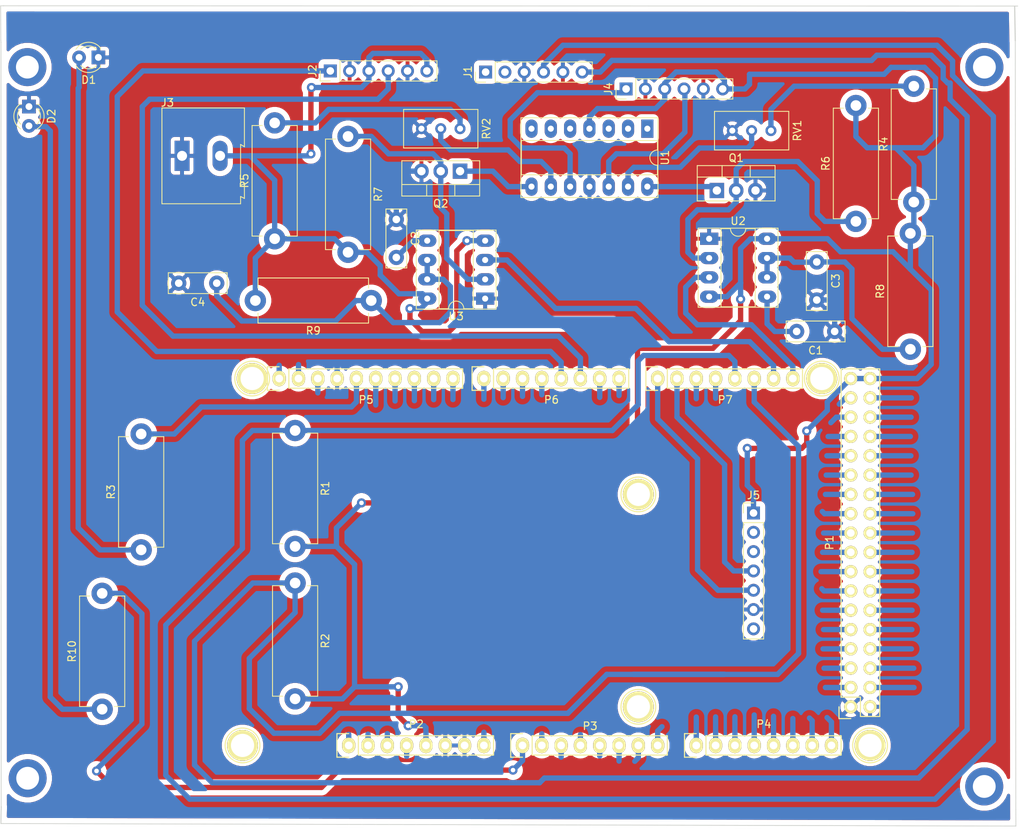
<source format=kicad_pcb>
(kicad_pcb (version 20171130) (host pcbnew "(5.1.6)-1")
  (title_block (date "mar. 31 mars 2015"))
  (layers (0 F.Cu signal) (31 B.Cu signal) (34 B.Paste user) (35 F.Paste user) (36 B.SilkS user) (37 F.SilkS user) (38 B.Mask user) (39 F.Mask user) (44 Edge.Cuts user))
  (net 0 "")
  (net 1 GND)
  (net 2 "Net-(C1-Pad2)")
  (net 3 "Net-(C2-Pad2)")
  (net 4 "Net-(C3-Pad1)")
  (net 5 "Net-(C4-Pad1)")
  (net 6 "Net-(D1-Pad2)")
  (net 7 VCC)
  (net 8 IR_LADIES)
  (net 9 IR_GENTS)
  (net 10 MCU_RX)
  (net 11 MCU_TX)
  (net 12 INT0_GENTS)
  (net 13 GENTS_VOUT)
  (net 14 "Net-(Q1-Pad1)")
  (net 15 "Net-(Q2-Pad1)")
  (net 16 LADIES_VOUT)
  (net 17 "Net-(R4-Pad2)")
  (net 18 "Net-(R5-Pad2)")
  (net 19 CV_GENTS)
  (net 20 CV_LADIES)
  (net 21 INT1_LADIES)
  (net 22 INT3_REED_GENTS)
  (net 23 INT2_REED_LADIES)
  (net 24 INT4_FLOW_LADIES)
  (net 25 INT5_FLOW_GENTS)
  (net 26 LED_PB7)
  (net 27 "Net-(D2-Pad2)")
  (net 28 LED_PF0)
  (module Resistor_THT:R_Axial_DIN0614_L14.3mm_D5.7mm_P15.24mm_Horizontal (layer F.Cu) (at 121.776 118.194 270)
    (fp_text reference R2 (at 7.62 -3.97 90) (layer F.SilkS))
    (fp_text value R)
    (pad 2 thru_hole oval (at 15.24 0 270) (size 2.8 2.8) (drill 1.4) (layers *.Cu *.Mask) (net 7 VCC))
    (pad 1 thru_hole circle (at 0 0 270) (size 2.8 2.8) (drill 1.4) (layers *.Cu *.Mask) (net 23 INT2_REED_LADIES))
  )
  (module Connector_PinHeader_2.54mm:PinHeader_1x06_P2.54mm_Vertical (layer F.Cu) (at 165.316 53.204 90)
    (fp_text reference J4 (at 0 -2.33 90) (layer F.SilkS))
    (fp_text value Conn_01x06_Female)
    (pad 1 thru_hole rect (at 0 0 90) (size 1.7 1.7) (drill 1) (layers *.Cu *.Mask) (net 8 IR_LADIES))
    (pad 2 thru_hole oval (at 0 2.54 90) (size 1.7 1.7) (drill 1) (layers *.Cu *.Mask) (net 1 GND))
    (pad 3 thru_hole oval (at 0 5.08 90) (size 1.7 1.7) (drill 1) (layers *.Cu *.Mask) (net 7 VCC))
    (pad 4 thru_hole oval (at 0 7.62 90) (size 1.7 1.7) (drill 1) (layers *.Cu *.Mask) (net 9 IR_GENTS))
    (pad 5 thru_hole oval (at 0 10.16 90) (size 1.7 1.7) (drill 1) (layers *.Cu *.Mask) (net 1 GND))
    (pad 6 thru_hole oval (at 0 12.7 90) (size 1.7 1.7) (drill 1) (layers *.Cu *.Mask) (net 7 VCC))
  )
  (module Socket_Arduino_Mega:Socket_Strip_Arduino_2x18 (layer F.Cu) (at 194.868 134.476 90)
    (fp_text reference P1 (at 21.59 -2.794 90) (layer F.SilkS))
    (fp_text value Digital)
    (pad 1 thru_hole circle (at 0 0 90) (size 1.7272 1.7272) (drill 1.016) (layers *.Cu *.Mask F.SilkS) (net 1 GND))
    (pad 2 thru_hole oval (at 0 2.54 90) (size 1.7272 1.7272) (drill 1.016) (layers *.Cu *.Mask F.SilkS) (net 1 GND))
    (pad 3 thru_hole oval (at 2.54 0 90) (size 1.7272 1.7272) (drill 1.016) (layers *.Cu *.Mask F.SilkS))
    (pad 4 thru_hole oval (at 2.54 2.54 90) (size 1.7272 1.7272) (drill 1.016) (layers *.Cu *.Mask F.SilkS))
    (pad 5 thru_hole oval (at 5.08 0 90) (size 1.7272 1.7272) (drill 1.016) (layers *.Cu *.Mask F.SilkS))
    (pad 6 thru_hole oval (at 5.08 2.54 90) (size 1.7272 1.7272) (drill 1.016) (layers *.Cu *.Mask F.SilkS))
    (pad 7 thru_hole oval (at 7.62 0 90) (size 1.7272 1.7272) (drill 1.016) (layers *.Cu *.Mask F.SilkS))
    (pad 8 thru_hole oval (at 7.62 2.54 90) (size 1.7272 1.7272) (drill 1.016) (layers *.Cu *.Mask F.SilkS))
    (pad 9 thru_hole oval (at 10.16 0 90) (size 1.7272 1.7272) (drill 1.016) (layers *.Cu *.Mask F.SilkS))
    (pad 10 thru_hole oval (at 10.16 2.54 90) (size 1.7272 1.7272) (drill 1.016) (layers *.Cu *.Mask F.SilkS))
    (pad 11 thru_hole oval (at 12.7 0 90) (size 1.7272 1.7272) (drill 1.016) (layers *.Cu *.Mask F.SilkS))
    (pad 12 thru_hole oval (at 12.7 2.54 90) (size 1.7272 1.7272) (drill 1.016) (layers *.Cu *.Mask F.SilkS))
    (pad 13 thru_hole oval (at 15.24 0 90) (size 1.7272 1.7272) (drill 1.016) (layers *.Cu *.Mask F.SilkS))
    (pad 14 thru_hole oval (at 15.24 2.54 90) (size 1.7272 1.7272) (drill 1.016) (layers *.Cu *.Mask F.SilkS))
    (pad 15 thru_hole oval (at 17.78 0 90) (size 1.7272 1.7272) (drill 1.016) (layers *.Cu *.Mask F.SilkS))
    (pad 16 thru_hole oval (at 17.78 2.54 90) (size 1.7272 1.7272) (drill 1.016) (layers *.Cu *.Mask F.SilkS))
    (pad 17 thru_hole oval (at 20.32 0 90) (size 1.7272 1.7272) (drill 1.016) (layers *.Cu *.Mask F.SilkS))
    (pad 18 thru_hole oval (at 20.32 2.54 90) (size 1.7272 1.7272) (drill 1.016) (layers *.Cu *.Mask F.SilkS))
    (pad 19 thru_hole oval (at 22.86 0 90) (size 1.7272 1.7272) (drill 1.016) (layers *.Cu *.Mask F.SilkS))
    (pad 20 thru_hole oval (at 22.86 2.54 90) (size 1.7272 1.7272) (drill 1.016) (layers *.Cu *.Mask F.SilkS))
    (pad 21 thru_hole oval (at 25.4 0 90) (size 1.7272 1.7272) (drill 1.016) (layers *.Cu *.Mask F.SilkS))
    (pad 22 thru_hole oval (at 25.4 2.54 90) (size 1.7272 1.7272) (drill 1.016) (layers *.Cu *.Mask F.SilkS))
    (pad 23 thru_hole oval (at 27.94 0 90) (size 1.7272 1.7272) (drill 1.016) (layers *.Cu *.Mask F.SilkS))
    (pad 24 thru_hole oval (at 27.94 2.54 90) (size 1.7272 1.7272) (drill 1.016) (layers *.Cu *.Mask F.SilkS))
    (pad 25 thru_hole oval (at 30.48 0 90) (size 1.7272 1.7272) (drill 1.016) (layers *.Cu *.Mask F.SilkS))
    (pad 26 thru_hole oval (at 30.48 2.54 90) (size 1.7272 1.7272) (drill 1.016) (layers *.Cu *.Mask F.SilkS))
    (pad 27 thru_hole oval (at 33.02 0 90) (size 1.7272 1.7272) (drill 1.016) (layers *.Cu *.Mask F.SilkS))
    (pad 28 thru_hole oval (at 33.02 2.54 90) (size 1.7272 1.7272) (drill 1.016) (layers *.Cu *.Mask F.SilkS))
    (pad 29 thru_hole oval (at 35.56 0 90) (size 1.7272 1.7272) (drill 1.016) (layers *.Cu *.Mask F.SilkS))
    (pad 30 thru_hole oval (at 35.56 2.54 90) (size 1.7272 1.7272) (drill 1.016) (layers *.Cu *.Mask F.SilkS))
    (pad 31 thru_hole oval (at 38.1 0 90) (size 1.7272 1.7272) (drill 1.016) (layers *.Cu *.Mask F.SilkS))
    (pad 32 thru_hole oval (at 38.1 2.54 90) (size 1.7272 1.7272) (drill 1.016) (layers *.Cu *.Mask F.SilkS))
    (pad 33 thru_hole oval (at 40.64 0 90) (size 1.7272 1.7272) (drill 1.016) (layers *.Cu *.Mask F.SilkS))
    (pad 34 thru_hole oval (at 40.64 2.54 90) (size 1.7272 1.7272) (drill 1.016) (layers *.Cu *.Mask F.SilkS))
    (pad 35 thru_hole oval (at 43.18 0 90) (size 1.7272 1.7272) (drill 1.016) (layers *.Cu *.Mask F.SilkS) (net 7 VCC))
    (pad 36 thru_hole oval (at 43.18 2.54 90) (size 1.7272 1.7272) (drill 1.016) (layers *.Cu *.Mask F.SilkS) (net 7 VCC))
  )
  (module Socket_Arduino_Mega:Socket_Strip_Arduino_1x08 (layer F.Cu) (at 128.828 139.556)
    (fp_text reference P2 (at 8.89 -2.794) (layer F.SilkS))
    (fp_text value Power)
    (pad 1 thru_hole oval (at 0 0) (size 1.7272 2.032) (drill 1.016) (layers *.Cu *.Mask F.SilkS))
    (pad 2 thru_hole oval (at 2.54 0) (size 1.7272 2.032) (drill 1.016) (layers *.Cu *.Mask F.SilkS))
    (pad 3 thru_hole oval (at 5.08 0) (size 1.7272 2.032) (drill 1.016) (layers *.Cu *.Mask F.SilkS))
    (pad 4 thru_hole oval (at 7.62 0) (size 1.7272 2.032) (drill 1.016) (layers *.Cu *.Mask F.SilkS))
    (pad 5 thru_hole oval (at 10.16 0) (size 1.7272 2.032) (drill 1.016) (layers *.Cu *.Mask F.SilkS) (net 7 VCC))
    (pad 6 thru_hole oval (at 12.7 0) (size 1.7272 2.032) (drill 1.016) (layers *.Cu *.Mask F.SilkS) (net 1 GND))
    (pad 7 thru_hole oval (at 15.24 0) (size 1.7272 2.032) (drill 1.016) (layers *.Cu *.Mask F.SilkS) (net 1 GND))
    (pad 8 thru_hole oval (at 17.78 0) (size 1.7272 2.032) (drill 1.016) (layers *.Cu *.Mask F.SilkS))
  )
  (module Socket_Arduino_Mega:Socket_Strip_Arduino_1x08 (layer F.Cu) (at 151.688 139.556)
    (fp_text reference P3 (at 8.89 -2.54) (layer F.SilkS))
    (fp_text value Analog)
    (pad 1 thru_hole oval (at 0 0) (size 1.7272 2.032) (drill 1.016) (layers *.Cu *.Mask F.SilkS) (net 28 LED_PF0))
    (pad 2 thru_hole oval (at 2.54 0) (size 1.7272 2.032) (drill 1.016) (layers *.Cu *.Mask F.SilkS))
    (pad 3 thru_hole oval (at 5.08 0) (size 1.7272 2.032) (drill 1.016) (layers *.Cu *.Mask F.SilkS))
    (pad 4 thru_hole oval (at 7.62 0) (size 1.7272 2.032) (drill 1.016) (layers *.Cu *.Mask F.SilkS))
    (pad 5 thru_hole oval (at 10.16 0) (size 1.7272 2.032) (drill 1.016) (layers *.Cu *.Mask F.SilkS))
    (pad 6 thru_hole oval (at 12.7 0) (size 1.7272 2.032) (drill 1.016) (layers *.Cu *.Mask F.SilkS))
    (pad 7 thru_hole oval (at 15.24 0) (size 1.7272 2.032) (drill 1.016) (layers *.Cu *.Mask F.SilkS))
    (pad 8 thru_hole oval (at 17.78 0) (size 1.7272 2.032) (drill 1.016) (layers *.Cu *.Mask F.SilkS))
  )
  (module Socket_Arduino_Mega:Socket_Strip_Arduino_1x08 (layer F.Cu) (at 174.548 139.556)
    (fp_text reference P4 (at 8.89 -2.794) (layer F.SilkS))
    (fp_text value Analog)
    (pad 1 thru_hole oval (at 0 0) (size 1.7272 2.032) (drill 1.016) (layers *.Cu *.Mask F.SilkS))
    (pad 2 thru_hole oval (at 2.54 0) (size 1.7272 2.032) (drill 1.016) (layers *.Cu *.Mask F.SilkS))
    (pad 3 thru_hole oval (at 5.08 0) (size 1.7272 2.032) (drill 1.016) (layers *.Cu *.Mask F.SilkS))
    (pad 4 thru_hole oval (at 7.62 0) (size 1.7272 2.032) (drill 1.016) (layers *.Cu *.Mask F.SilkS))
    (pad 5 thru_hole oval (at 10.16 0) (size 1.7272 2.032) (drill 1.016) (layers *.Cu *.Mask F.SilkS))
    (pad 6 thru_hole oval (at 12.7 0) (size 1.7272 2.032) (drill 1.016) (layers *.Cu *.Mask F.SilkS))
    (pad 7 thru_hole oval (at 15.24 0) (size 1.7272 2.032) (drill 1.016) (layers *.Cu *.Mask F.SilkS))
    (pad 8 thru_hole oval (at 17.78 0) (size 1.7272 2.032) (drill 1.016) (layers *.Cu *.Mask F.SilkS))
  )
  (module Socket_Arduino_Mega:Socket_Strip_Arduino_1x10 (layer F.Cu) (at 119.684 91.296)
    (fp_text reference P5 (at 11.43 2.794) (layer F.SilkS))
    (fp_text value PWM)
    (pad 1 thru_hole oval (at 0 0) (size 1.7272 2.032) (drill 1.016) (layers *.Cu *.Mask F.SilkS))
    (pad 2 thru_hole oval (at 2.54 0) (size 1.7272 2.032) (drill 1.016) (layers *.Cu *.Mask F.SilkS))
    (pad 3 thru_hole oval (at 5.08 0) (size 1.7272 2.032) (drill 1.016) (layers *.Cu *.Mask F.SilkS))
    (pad 4 thru_hole oval (at 7.62 0) (size 1.7272 2.032) (drill 1.016) (layers *.Cu *.Mask F.SilkS) (net 1 GND))
    (pad 5 thru_hole oval (at 10.16 0) (size 1.7272 2.032) (drill 1.016) (layers *.Cu *.Mask F.SilkS) (net 26 LED_PB7))
    (pad 6 thru_hole oval (at 12.7 0) (size 1.7272 2.032) (drill 1.016) (layers *.Cu *.Mask F.SilkS))
    (pad 7 thru_hole oval (at 15.24 0) (size 1.7272 2.032) (drill 1.016) (layers *.Cu *.Mask F.SilkS))
    (pad 8 thru_hole oval (at 17.78 0) (size 1.7272 2.032) (drill 1.016) (layers *.Cu *.Mask F.SilkS))
    (pad 9 thru_hole oval (at 20.32 0) (size 1.7272 2.032) (drill 1.016) (layers *.Cu *.Mask F.SilkS))
    (pad 10 thru_hole oval (at 22.86 0) (size 1.7272 2.032) (drill 1.016) (layers *.Cu *.Mask F.SilkS))
  )
  (module Socket_Arduino_Mega:Socket_Strip_Arduino_1x08 (layer F.Cu) (at 146.608 91.296)
    (fp_text reference P6 (at 8.89 2.794) (layer F.SilkS))
    (fp_text value PWM)
    (pad 1 thru_hole oval (at 0 0) (size 1.7272 2.032) (drill 1.016) (layers *.Cu *.Mask F.SilkS))
    (pad 2 thru_hole oval (at 2.54 0) (size 1.7272 2.032) (drill 1.016) (layers *.Cu *.Mask F.SilkS))
    (pad 3 thru_hole oval (at 5.08 0) (size 1.7272 2.032) (drill 1.016) (layers *.Cu *.Mask F.SilkS))
    (pad 4 thru_hole oval (at 7.62 0) (size 1.7272 2.032) (drill 1.016) (layers *.Cu *.Mask F.SilkS))
    (pad 5 thru_hole oval (at 10.16 0) (size 1.7272 2.032) (drill 1.016) (layers *.Cu *.Mask F.SilkS) (net 25 INT5_FLOW_GENTS))
    (pad 6 thru_hole oval (at 12.7 0) (size 1.7272 2.032) (drill 1.016) (layers *.Cu *.Mask F.SilkS) (net 24 INT4_FLOW_LADIES))
    (pad 7 thru_hole oval (at 15.24 0) (size 1.7272 2.032) (drill 1.016) (layers *.Cu *.Mask F.SilkS))
    (pad 8 thru_hole oval (at 17.78 0) (size 1.7272 2.032) (drill 1.016) (layers *.Cu *.Mask F.SilkS))
  )
  (module Socket_Arduino_Mega:Socket_Strip_Arduino_1x08 (layer F.Cu) (at 169.468 91.296)
    (fp_text reference P7 (at 8.89 2.794) (layer F.SilkS))
    (fp_text value Communication)
    (pad 1 thru_hole oval (at 0 0) (size 1.7272 2.032) (drill 1.016) (layers *.Cu *.Mask F.SilkS) (net 11 MCU_TX))
    (pad 2 thru_hole oval (at 2.54 0) (size 1.7272 2.032) (drill 1.016) (layers *.Cu *.Mask F.SilkS) (net 10 MCU_RX))
    (pad 3 thru_hole oval (at 5.08 0) (size 1.7272 2.032) (drill 1.016) (layers *.Cu *.Mask F.SilkS))
    (pad 4 thru_hole oval (at 7.62 0) (size 1.7272 2.032) (drill 1.016) (layers *.Cu *.Mask F.SilkS))
    (pad 5 thru_hole oval (at 10.16 0) (size 1.7272 2.032) (drill 1.016) (layers *.Cu *.Mask F.SilkS) (net 22 INT3_REED_GENTS))
    (pad 6 thru_hole oval (at 12.7 0) (size 1.7272 2.032) (drill 1.016) (layers *.Cu *.Mask F.SilkS) (net 23 INT2_REED_LADIES))
    (pad 7 thru_hole oval (at 15.24 0) (size 1.7272 2.032) (drill 1.016) (layers *.Cu *.Mask F.SilkS) (net 21 INT1_LADIES))
    (pad 8 thru_hole oval (at 17.78 0) (size 1.7272 2.032) (drill 1.016) (layers *.Cu *.Mask F.SilkS) (net 12 INT0_GENTS))
  )
  (module Socket_Arduino_Mega:Arduino_1pin (layer F.Cu) (at 114.858 139.556)
    (fp_text reference P8 hide)
    (fp_text value CONN_01X01 hide)
    (pad 1 thru_hole circle (at 0 0) (size 4.064 4.064) (drill 3.048) (layers *.Cu *.Mask F.SilkS))
  )
  (module Socket_Arduino_Mega:Arduino_1pin (layer F.Cu) (at 166.928 134.476)
    (fp_text reference P9 hide)
    (fp_text value CONN_01X01 hide)
    (pad 1 thru_hole circle (at 0 0) (size 4.064 4.064) (drill 3.048) (layers *.Cu *.Mask F.SilkS))
  )
  (module Socket_Arduino_Mega:Arduino_1pin (layer F.Cu) (at 197.408 139.556)
    (fp_text reference P10 hide)
    (fp_text value CONN_01X01 hide)
    (pad 1 thru_hole circle (at 0 0) (size 4.064 4.064) (drill 3.048) (layers *.Cu *.Mask F.SilkS))
  )
  (module Socket_Arduino_Mega:Arduino_1pin (layer F.Cu) (at 116.128 91.296)
    (fp_text reference P11 hide)
    (fp_text value CONN_01X01 hide)
    (pad 1 thru_hole circle (at 0 0) (size 4.064 4.064) (drill 3.048) (layers *.Cu *.Mask F.SilkS))
  )
  (module Socket_Arduino_Mega:Arduino_1pin (layer F.Cu) (at 166.928 106.536)
    (fp_text reference P12 hide)
    (fp_text value CONN_01X01 hide)
    (pad 1 thru_hole circle (at 0 0) (size 4.064 4.064) (drill 3.048) (layers *.Cu *.Mask F.SilkS))
  )
  (module Socket_Arduino_Mega:Arduino_1pin (layer F.Cu) (at 191.058 91.296)
    (fp_text reference P13 hide)
    (fp_text value CONN_01X01 hide)
    (pad 1 thru_hole circle (at 0 0) (size 4.064 4.064) (drill 3.048) (layers *.Cu *.Mask F.SilkS))
  )
  (module Capacitor_THT:C_Disc_D7.5mm_W2.5mm_P5.00mm (layer F.Cu) (at 192.748 85.102 180)
    (fp_text reference C1 (at 2.5 -2.5) (layer F.SilkS))
    (fp_text value C)
    (pad 1 thru_hole circle (at 0 0 180) (size 2 2) (drill 1) (layers *.Cu *.Mask) (net 1 GND))
    (pad 2 thru_hole circle (at 5 0 180) (size 2 2) (drill 1) (layers *.Cu *.Mask) (net 2 "Net-(C1-Pad2)"))
  )
  (module Capacitor_THT:C_Disc_D7.5mm_W2.5mm_P5.00mm (layer F.Cu) (at 135.09 70.37 270)
    (fp_text reference C2 (at 2.5 -2.5 90) (layer F.SilkS))
    (fp_text value C)
    (pad 1 thru_hole circle (at 0 0 270) (size 2 2) (drill 1) (layers *.Cu *.Mask) (net 1 GND))
    (pad 2 thru_hole circle (at 5 0 270) (size 2 2) (drill 1) (layers *.Cu *.Mask) (net 3 "Net-(C2-Pad2)"))
  )
  (module Capacitor_THT:C_Disc_D7.5mm_W2.5mm_P5.00mm (layer F.Cu) (at 190.396 75.964 270)
    (fp_text reference C3 (at 2.5 -2.5 90) (layer F.SilkS))
    (fp_text value C)
    (pad 2 thru_hole circle (at 5 0 270) (size 2 2) (drill 1) (layers *.Cu *.Mask) (net 1 GND))
    (pad 1 thru_hole circle (at 0 0 270) (size 2 2) (drill 1) (layers *.Cu *.Mask) (net 4 "Net-(C3-Pad1)"))
  )
  (module Capacitor_THT:C_Disc_D7.5mm_W2.5mm_P5.00mm (layer F.Cu) (at 111.468 78.752 180)
    (fp_text reference C4 (at 2.5 -2.5) (layer F.SilkS))
    (fp_text value C)
    (pad 2 thru_hole circle (at 5 0 180) (size 2 2) (drill 1) (layers *.Cu *.Mask) (net 1 GND))
    (pad 1 thru_hole circle (at 0 0 180) (size 2 2) (drill 1) (layers *.Cu *.Mask) (net 5 "Net-(C4-Pad1)"))
  )
  (module Connector_PinHeader_2.54mm:PinHeader_1x06_P2.54mm_Vertical (layer F.Cu) (at 146.836 50.984 90)
    (fp_text reference J1 (at 0 -2.33 90) (layer F.SilkS))
    (fp_text value Conn_01x06_Female)
    (pad 1 thru_hole rect (at 0 0 90) (size 1.7 1.7) (drill 1) (layers *.Cu *.Mask))
    (pad 2 thru_hole oval (at 0 2.54 90) (size 1.7 1.7) (drill 1) (layers *.Cu *.Mask))
    (pad 3 thru_hole oval (at 0 5.08 90) (size 1.7 1.7) (drill 1) (layers *.Cu *.Mask) (net 1 GND))
    (pad 4 thru_hole oval (at 0 7.62 90) (size 1.7 1.7) (drill 1) (layers *.Cu *.Mask) (net 22 INT3_REED_GENTS))
    (pad 5 thru_hole oval (at 0 10.16 90) (size 1.7 1.7) (drill 1) (layers *.Cu *.Mask) (net 1 GND))
    (pad 6 thru_hole oval (at 0 12.7 90) (size 1.7 1.7) (drill 1) (layers *.Cu *.Mask) (net 23 INT2_REED_LADIES))
  )
  (module Connector_PinHeader_2.54mm:PinHeader_1x06_P2.54mm_Vertical (layer F.Cu) (at 126.406 50.834 90)
    (fp_text reference J2 (at 0 -2.33 90) (layer F.SilkS))
    (fp_text value Conn_01x06_Female)
    (pad 6 thru_hole oval (at 0 12.7 90) (size 1.7 1.7) (drill 1) (layers *.Cu *.Mask) (net 7 VCC))
    (pad 5 thru_hole oval (at 0 10.16 90) (size 1.7 1.7) (drill 1) (layers *.Cu *.Mask) (net 1 GND))
    (pad 4 thru_hole oval (at 0 7.62 90) (size 1.7 1.7) (drill 1) (layers *.Cu *.Mask) (net 24 INT4_FLOW_LADIES))
    (pad 3 thru_hole oval (at 0 5.08 90) (size 1.7 1.7) (drill 1) (layers *.Cu *.Mask) (net 7 VCC))
    (pad 2 thru_hole oval (at 0 2.54 90) (size 1.7 1.7) (drill 1) (layers *.Cu *.Mask) (net 1 GND))
    (pad 1 thru_hole rect (at 0 0 90) (size 1.7 1.7) (drill 1) (layers *.Cu *.Mask) (net 25 INT5_FLOW_GENTS))
  )
  (module Connector_PinHeader_2.54mm:PinHeader_1x07_P2.54mm_Vertical (layer F.Cu) (at 182.076 108.984)
    (fp_text reference J5 (at 0 -2.33) (layer F.SilkS))
    (fp_text value Conn_01x07_Female)
    (pad 1 thru_hole rect (at 0 0) (size 1.7 1.7) (drill 1) (layers *.Cu *.Mask) (net 7 VCC))
    (pad 2 thru_hole oval (at 0 2.54) (size 1.7 1.7) (drill 1) (layers *.Cu *.Mask))
    (pad 3 thru_hole oval (at 0 5.08) (size 1.7 1.7) (drill 1) (layers *.Cu *.Mask))
    (pad 4 thru_hole oval (at 0 7.62) (size 1.7 1.7) (drill 1) (layers *.Cu *.Mask) (net 10 MCU_RX))
    (pad 5 thru_hole oval (at 0 10.16) (size 1.7 1.7) (drill 1) (layers *.Cu *.Mask) (net 11 MCU_TX))
    (pad 6 thru_hole oval (at 0 12.7) (size 1.7 1.7) (drill 1) (layers *.Cu *.Mask) (net 1 GND))
    (pad 7 thru_hole oval (at 0 15.24) (size 1.7 1.7) (drill 1) (layers *.Cu *.Mask))
  )
  (module Package_TO_SOT_THT:TO-220-3_Vertical (layer F.Cu) (at 177.254 66.56)
    (fp_text reference Q1 (at 2.54 -4.27) (layer F.SilkS))
    (fp_text value TIP122)
    (pad 3 thru_hole oval (at 5.08 0) (size 1.905 2) (drill 1.1) (layers *.Cu *.Mask) (net 1 GND))
    (pad 2 thru_hole oval (at 2.54 0) (size 1.905 2) (drill 1.1) (layers *.Cu *.Mask) (net 13 GENTS_VOUT))
    (pad 1 thru_hole rect (at 0 0) (size 1.905 2) (drill 1.1) (layers *.Cu *.Mask) (net 14 "Net-(Q1-Pad1)"))
  )
  (module Package_TO_SOT_THT:TO-220-3_Vertical (layer F.Cu) (at 143.472 64.02 180)
    (fp_text reference Q2 (at 2.54 -4.27) (layer F.SilkS))
    (fp_text value TIP122)
    (pad 1 thru_hole rect (at 0 0 180) (size 1.905 2) (drill 1.1) (layers *.Cu *.Mask) (net 15 "Net-(Q2-Pad1)"))
    (pad 2 thru_hole oval (at 2.54 0 180) (size 1.905 2) (drill 1.1) (layers *.Cu *.Mask) (net 16 LADIES_VOUT))
    (pad 3 thru_hole oval (at 5.08 0 180) (size 1.905 2) (drill 1.1) (layers *.Cu *.Mask) (net 1 GND))
  )
  (module Package_DIP:DIP-8_W7.62mm_Socket_LongPads (layer F.Cu) (at 176.238 72.91)
    (fp_text reference U2 (at 3.81 -2.33) (layer F.SilkS))
    (fp_text value LM555xM)
    (pad 1 thru_hole rect (at 0 0) (size 2.4 1.6) (drill 0.8) (layers *.Cu *.Mask) (net 1 GND))
    (pad 5 thru_hole oval (at 7.62 7.62) (size 2.4 1.6) (drill 0.8) (layers *.Cu *.Mask) (net 2 "Net-(C1-Pad2)"))
    (pad 2 thru_hole oval (at 0 2.54) (size 2.4 1.6) (drill 0.8) (layers *.Cu *.Mask) (net 13 GENTS_VOUT))
    (pad 6 thru_hole oval (at 7.62 5.08) (size 2.4 1.6) (drill 0.8) (layers *.Cu *.Mask) (net 4 "Net-(C3-Pad1)"))
    (pad 3 thru_hole oval (at 0 5.08) (size 2.4 1.6) (drill 0.8) (layers *.Cu *.Mask) (net 12 INT0_GENTS))
    (pad 7 thru_hole oval (at 7.62 2.54) (size 2.4 1.6) (drill 0.8) (layers *.Cu *.Mask) (net 4 "Net-(C3-Pad1)"))
    (pad 4 thru_hole oval (at 0 7.62) (size 2.4 1.6) (drill 0.8) (layers *.Cu *.Mask) (net 7 VCC))
    (pad 8 thru_hole oval (at 7.62 0) (size 2.4 1.6) (drill 0.8) (layers *.Cu *.Mask) (net 7 VCC))
  )
  (module Package_DIP:DIP-8_W7.62mm_Socket_LongPads (layer F.Cu) (at 146.774 80.784 180)
    (fp_text reference U3 (at 3.81 -2.33) (layer F.SilkS))
    (fp_text value LM555xM)
    (pad 8 thru_hole oval (at 7.62 0 180) (size 2.4 1.6) (drill 0.8) (layers *.Cu *.Mask) (net 7 VCC))
    (pad 4 thru_hole oval (at 0 7.62 180) (size 2.4 1.6) (drill 0.8) (layers *.Cu *.Mask) (net 7 VCC))
    (pad 7 thru_hole oval (at 7.62 2.54 180) (size 2.4 1.6) (drill 0.8) (layers *.Cu *.Mask) (net 5 "Net-(C4-Pad1)"))
    (pad 3 thru_hole oval (at 0 5.08 180) (size 2.4 1.6) (drill 0.8) (layers *.Cu *.Mask) (net 21 INT1_LADIES))
    (pad 6 thru_hole oval (at 7.62 5.08 180) (size 2.4 1.6) (drill 0.8) (layers *.Cu *.Mask) (net 5 "Net-(C4-Pad1)"))
    (pad 2 thru_hole oval (at 0 2.54 180) (size 2.4 1.6) (drill 0.8) (layers *.Cu *.Mask) (net 16 LADIES_VOUT))
    (pad 5 thru_hole oval (at 7.62 7.62 180) (size 2.4 1.6) (drill 0.8) (layers *.Cu *.Mask) (net 3 "Net-(C2-Pad2)"))
    (pad 1 thru_hole rect (at 0 0 180) (size 2.4 1.6) (drill 0.8) (layers *.Cu *.Mask) (net 1 GND))
  )
  (module Resistor_THT:R_Axial_DIN0614_L14.3mm_D5.7mm_P15.24mm_Horizontal (layer F.Cu) (at 121.776 98.134 270)
    (fp_text reference R1 (at 7.62 -3.97 90) (layer F.SilkS))
    (fp_text value R)
    (pad 1 thru_hole circle (at 0 0 270) (size 2.8 2.8) (drill 1.4) (layers *.Cu *.Mask) (net 22 INT3_REED_GENTS))
    (pad 2 thru_hole oval (at 15.24 0 270) (size 2.8 2.8) (drill 1.4) (layers *.Cu *.Mask) (net 7 VCC))
  )
  (module Resistor_THT:R_Axial_DIN0614_L14.3mm_D5.7mm_P15.24mm_Horizontal (layer F.Cu) (at 101.526 113.834 90)
    (fp_text reference R3 (at 7.62 -3.97 90) (layer F.SilkS))
    (fp_text value R)
    (pad 1 thru_hole circle (at 0 0 90) (size 2.8 2.8) (drill 1.4) (layers *.Cu *.Mask) (net 6 "Net-(D1-Pad2)"))
    (pad 2 thru_hole oval (at 15.24 0 90) (size 2.8 2.8) (drill 1.4) (layers *.Cu *.Mask) (net 26 LED_PB7))
  )
  (module Resistor_THT:R_Axial_DIN0614_L14.3mm_D5.7mm_P15.24mm_Horizontal (layer F.Cu) (at 203.162 68.084 90)
    (fp_text reference R4 (at 7.62 -3.97 90) (layer F.SilkS))
    (fp_text value R)
    (pad 2 thru_hole oval (at 15.24 0 90) (size 2.8 2.8) (drill 1.4) (layers *.Cu *.Mask) (net 17 "Net-(R4-Pad2)"))
    (pad 1 thru_hole circle (at 0 0 90) (size 2.8 2.8) (drill 1.4) (layers *.Cu *.Mask) (net 7 VCC))
  )
  (module Resistor_THT:R_Axial_DIN0614_L14.3mm_D5.7mm_P15.24mm_Horizontal (layer F.Cu) (at 119.088 72.91 90)
    (fp_text reference R5 (at 7.62 -3.97 90) (layer F.SilkS))
    (fp_text value R)
    (pad 2 thru_hole oval (at 15.24 0 90) (size 2.8 2.8) (drill 1.4) (layers *.Cu *.Mask) (net 18 "Net-(R5-Pad2)"))
    (pad 1 thru_hole circle (at 0 0 90) (size 2.8 2.8) (drill 1.4) (layers *.Cu *.Mask) (net 7 VCC))
  )
  (module Resistor_THT:R_Axial_DIN0614_L14.3mm_D5.7mm_P15.24mm_Horizontal (layer F.Cu) (at 195.542 70.624 90)
    (fp_text reference R6 (at 7.62 -3.97 90) (layer F.SilkS))
    (fp_text value R)
    (pad 1 thru_hole circle (at 0 0 90) (size 2.8 2.8) (drill 1.4) (layers *.Cu *.Mask) (net 13 GENTS_VOUT))
    (pad 2 thru_hole oval (at 15.24 0 90) (size 2.8 2.8) (drill 1.4) (layers *.Cu *.Mask) (net 7 VCC))
  )
  (module Resistor_THT:R_Axial_DIN0614_L14.3mm_D5.7mm_P15.24mm_Horizontal (layer F.Cu) (at 128.74 59.448 270)
    (fp_text reference R7 (at 7.62 -3.97 90) (layer F.SilkS))
    (fp_text value R)
    (pad 1 thru_hole circle (at 0 0 270) (size 2.8 2.8) (drill 1.4) (layers *.Cu *.Mask) (net 16 LADIES_VOUT))
    (pad 2 thru_hole oval (at 15.24 0 270) (size 2.8 2.8) (drill 1.4) (layers *.Cu *.Mask) (net 7 VCC))
  )
  (module Resistor_THT:R_Axial_DIN0614_L14.3mm_D5.7mm_P15.24mm_Horizontal (layer F.Cu) (at 202.706 87.444 90)
    (fp_text reference R8 (at 7.62 -3.97 90) (layer F.SilkS))
    (fp_text value R)
    (pad 2 thru_hole oval (at 15.24 0 90) (size 2.8 2.8) (drill 1.4) (layers *.Cu *.Mask) (net 7 VCC))
    (pad 1 thru_hole circle (at 0 0 90) (size 2.8 2.8) (drill 1.4) (layers *.Cu *.Mask) (net 4 "Net-(C3-Pad1)"))
  )
  (module Resistor_THT:R_Axial_DIN0614_L14.3mm_D5.7mm_P15.24mm_Horizontal (layer F.Cu) (at 131.788 81.038 180)
    (fp_text reference R9 (at 7.62 -3.97) (layer F.SilkS))
    (fp_text value R)
    (pad 1 thru_hole circle (at 0 0 180) (size 2.8 2.8) (drill 1.4) (layers *.Cu *.Mask) (net 5 "Net-(C4-Pad1)"))
    (pad 2 thru_hole oval (at 15.24 0 180) (size 2.8 2.8) (drill 1.4) (layers *.Cu *.Mask) (net 7 VCC))
  )
  (module LED_THT:LED_D3.0mm (layer F.Cu) (at 95.896 49.054 180)
    (fp_text reference D1 (at 1.27 -2.96) (layer F.SilkS))
    (fp_text value LED)
    (pad 1 thru_hole rect (at 0 0 180) (size 1.8 1.8) (drill 0.9) (layers *.Cu *.Mask) (net 1 GND))
    (pad 2 thru_hole circle (at 2.54 0 180) (size 1.8 1.8) (drill 0.9) (layers *.Cu *.Mask) (net 6 "Net-(D1-Pad2)"))
  )
  (module TerminalBlock:TerminalBlock_Altech_AK300-2_P5.00mm (layer F.Cu) (at 106.906 62.004)
    (fp_text reference J3 (at -1.92 -6.99) (layer F.SilkS))
    (fp_text value Screw_Terminal_01x02)
    (pad 1 thru_hole rect (at 0 0) (size 1.98 3.96) (drill 1.32) (layers *.Cu *.Mask) (net 1 GND))
    (pad 2 thru_hole oval (at 5 0) (size 1.98 3.96) (drill 1.32) (layers *.Cu *.Mask) (net 7 VCC))
  )
  (module Potentiometer_THT:Potentiometer_Bourns_3386C_Horizontal (layer F.Cu) (at 184.366 58.686 270)
    (fp_text reference RV1 (at 0 -3.475 90) (layer F.SilkS))
    (fp_text value R_POT)
    (pad 1 thru_hole circle (at 0 0 270) (size 1.44 1.44) (drill 0.8) (layers *.Cu *.Mask) (net 17 "Net-(R4-Pad2)"))
    (pad 2 thru_hole circle (at 0 2.54 270) (size 1.44 1.44) (drill 0.8) (layers *.Cu *.Mask) (net 19 CV_GENTS))
    (pad 3 thru_hole circle (at 0 5.08 270) (size 1.44 1.44) (drill 0.8) (layers *.Cu *.Mask) (net 1 GND))
  )
  (module Potentiometer_THT:Potentiometer_Bourns_3386C_Horizontal (layer F.Cu) (at 143.472 58.432 270)
    (fp_text reference RV2 (at 0 -3.475 90) (layer F.SilkS))
    (fp_text value R_POT)
    (pad 3 thru_hole circle (at 0 5.08 270) (size 1.44 1.44) (drill 0.8) (layers *.Cu *.Mask) (net 1 GND))
    (pad 2 thru_hole circle (at 0 2.54 270) (size 1.44 1.44) (drill 0.8) (layers *.Cu *.Mask) (net 20 CV_LADIES))
    (pad 1 thru_hole circle (at 0 0 270) (size 1.44 1.44) (drill 0.8) (layers *.Cu *.Mask) (net 18 "Net-(R5-Pad2)"))
  )
  (module Package_DIP:DIP-14_W7.62mm_Socket_LongPads (layer F.Cu) (at 168.11 58.432 270)
    (fp_text reference U1 (at 3.81 -2.33 90) (layer F.SilkS))
    (fp_text value LM324A)
    (pad 1 thru_hole rect (at 0 0 270) (size 2.4 1.6) (drill 0.8) (layers *.Cu *.Mask))
    (pad 8 thru_hole oval (at 7.62 15.24 270) (size 2.4 1.6) (drill 0.8) (layers *.Cu *.Mask) (net 15 "Net-(Q2-Pad1)"))
    (pad 2 thru_hole oval (at 0 2.54 270) (size 2.4 1.6) (drill 0.8) (layers *.Cu *.Mask))
    (pad 9 thru_hole oval (at 7.62 12.7 270) (size 2.4 1.6) (drill 0.8) (layers *.Cu *.Mask) (net 20 CV_LADIES))
    (pad 3 thru_hole oval (at 0 5.08 270) (size 2.4 1.6) (drill 0.8) (layers *.Cu *.Mask))
    (pad 10 thru_hole oval (at 7.62 10.16 270) (size 2.4 1.6) (drill 0.8) (layers *.Cu *.Mask) (net 8 IR_LADIES))
    (pad 4 thru_hole oval (at 0 7.62 270) (size 2.4 1.6) (drill 0.8) (layers *.Cu *.Mask) (net 7 VCC))
    (pad 11 thru_hole oval (at 7.62 7.62 270) (size 2.4 1.6) (drill 0.8) (layers *.Cu *.Mask) (net 1 GND))
    (pad 5 thru_hole oval (at 0 10.16 270) (size 2.4 1.6) (drill 0.8) (layers *.Cu *.Mask))
    (pad 12 thru_hole oval (at 7.62 5.08 270) (size 2.4 1.6) (drill 0.8) (layers *.Cu *.Mask) (net 9 IR_GENTS))
    (pad 6 thru_hole oval (at 0 12.7 270) (size 2.4 1.6) (drill 0.8) (layers *.Cu *.Mask))
    (pad 13 thru_hole oval (at 7.62 2.54 270) (size 2.4 1.6) (drill 0.8) (layers *.Cu *.Mask) (net 19 CV_GENTS))
    (pad 7 thru_hole oval (at 0 15.24 270) (size 2.4 1.6) (drill 0.8) (layers *.Cu *.Mask))
    (pad 14 thru_hole oval (at 7.62 0 270) (size 2.4 1.6) (drill 0.8) (layers *.Cu *.Mask) (net 14 "Net-(Q1-Pad1)"))
  )
  (module LED_THT:LED_D3.0mm (layer F.Cu) (at 86.766 55.524 270)
    (fp_text reference D2 (at 1.27 -2.96 90) (layer F.SilkS))
    (fp_text value LED)
    (pad 1 thru_hole rect (at 0 0 270) (size 1.8 1.8) (drill 0.9) (layers *.Cu *.Mask) (net 1 GND))
    (pad 2 thru_hole circle (at 2.54 0 270) (size 1.8 1.8) (drill 0.9) (layers *.Cu *.Mask) (net 27 "Net-(D2-Pad2)"))
  )
  (module Resistor_THT:R_Axial_DIN0614_L14.3mm_D5.7mm_P15.24mm_Horizontal (layer F.Cu) (at 96.396 134.794 90)
    (fp_text reference R10 (at 7.62 -3.97 90) (layer F.SilkS))
    (fp_text value R)
    (pad 1 thru_hole circle (at 0 0 90) (size 2.8 2.8) (drill 1.4) (layers *.Cu *.Mask) (net 27 "Net-(D2-Pad2)"))
    (pad 2 thru_hole oval (at 15.24 0 90) (size 2.8 2.8) (drill 1.4) (layers *.Cu *.Mask) (net 28 LED_PF0))
  )
  (gr_line (start 216.506 46.854) (end 216.426 42.334) (layer Edge.Cuts) (width 0.15))
  (gr_line (start 83.406 42.264) (end 83.416 42.264) (layer Edge.Cuts) (width 0.1))
  (gr_line (start 83.046 42.264) (end 83.406 42.264) (layer Edge.Cuts) (width 0.1))
  (gr_line (start 83.066 46.814) (end 83.046 42.264) (layer Edge.Cuts) (width 0.1))
  (gr_line (start 216.586 150.164) (end 216.576 147.994) (layer Edge.Cuts) (width 0.1))
  (gr_line (start 216.526 150.164) (end 216.586 150.164) (layer Edge.Cuts) (width 0.1))
  (gr_line (start 83.126 147.614) (end 83.136 147.624) (layer Edge.Cuts) (width 0.1))
  (gr_line (start 83.116 147.664) (end 83.126 147.614) (layer Edge.Cuts) (width 0.1))
  (gr_line (start 83.076 149.834) (end 83.116 147.664) (layer Edge.Cuts) (width 0.1))
  (gr_line (start 83.136 147.624) (end 83.076 149.834) (layer Edge.Cuts) (width 0.1))
  (gr_line (start 85.426 42.264) (end 216.836 42.304) (layer Edge.Cuts) (width 0.1))
  (gr_line (start 83.386 42.264) (end 85.416 42.264) (layer Edge.Cuts) (width 0.1))
  (gr_line (start 83.086 47.074) (end 83.066 46.814) (layer Edge.Cuts) (width 0.1))
  (gr_line (start 83.116 147.664) (end 83.086 47.074) (layer Edge.Cuts) (width 0.1))
  (gr_line (start 216.526 150.164) (end 83.066 149.834) (layer Edge.Cuts) (width 0.1))
  (gr_line (start 216.506 46.854) (end 216.576 147.994) (layer Edge.Cuts) (width 0.1))
  (via (at 86.556 50.334) (size 5) (drill 3) (layers F.Cu B.Cu) (net 0))
  (via (at 212.446 50.334) (size 5) (drill 3) (layers F.Cu B.Cu) (net 0))
  (via (at 212.426 144.954) (size 5) (drill 3) (layers F.Cu B.Cu) (net 0))
  (via (at 86.596 143.874) (size 5) (drill 3) (layers F.Cu B.Cu) (net 0))
  (segment (start 197.408 93.836) (end 202.838 93.836) (width 0.7) (layer B.Cu) (net 0))
  (segment (start 197.408 96.376) (end 202.804 96.376) (width 0.7) (layer B.Cu) (net 0))
  (segment (start 197.408 98.916) (end 202.704 98.916) (width 0.7) (layer B.Cu) (net 0))
  (segment (start 197.408 101.456) (end 202.774 101.456) (width 0.7) (layer B.Cu) (net 0))
  (segment (start 197.408 103.996) (end 202.804 103.996) (width 0.7) (layer B.Cu) (net 0))
  (segment (start 197.408 106.536) (end 202.994 106.536) (width 0.7) (layer B.Cu) (net 0))
  (segment (start 197.408 109.076) (end 203.024 109.076) (width 0.7) (layer B.Cu) (net 0))
  (segment (start 197.408 111.616) (end 202.974 111.616) (width 0.7) (layer B.Cu) (net 0))
  (segment (start 197.408 114.156) (end 202.928 114.156) (width 0.7) (layer B.Cu) (net 0))
  (segment (start 197.408 116.696) (end 202.898 116.696) (width 0.7) (layer B.Cu) (net 0))
  (segment (start 197.408 119.236) (end 202.924 119.236) (width 0.7) (layer B.Cu) (net 0))
  (segment (start 197.408 121.776) (end 202.934 121.776) (width 0.7) (layer B.Cu) (net 0))
  (segment (start 197.408 124.316) (end 202.908 124.316) (width 0.7) (layer B.Cu) (net 0))
  (segment (start 197.408 126.856) (end 202.848 126.856) (width 0.7) (layer B.Cu) (net 0))
  (segment (start 197.408 129.396) (end 203.154 129.396) (width 0.7) (layer B.Cu) (net 0))
  (segment (start 197.408 131.936) (end 203.188 131.936) (width 0.7) (layer B.Cu) (net 0))
  (segment (start 194.868 131.936) (end 191.528 131.936) (width 0.7) (layer B.Cu) (net 0))
  (segment (start 194.868 129.396) (end 191.354 129.396) (width 0.7) (layer B.Cu) (net 0))
  (segment (start 194.868 126.856) (end 191.224 126.856) (width 0.7) (layer B.Cu) (net 0))
  (segment (start 194.868 124.316) (end 191.284 124.316) (width 0.7) (layer B.Cu) (net 0))
  (segment (start 194.868 121.776) (end 191.158 121.776) (width 0.7) (layer B.Cu) (net 0))
  (segment (start 194.868 119.236) (end 191.348 119.236) (width 0.7) (layer B.Cu) (net 0))
  (segment (start 191.348 119.236) (end 191.056 118.944) (width 0.7) (layer B.Cu) (net 0))
  (segment (start 194.868 116.696) (end 190.958 116.696) (width 0.7) (layer B.Cu) (net 0))
  (segment (start 194.868 114.156) (end 191.158 114.156) (width 0.7) (layer B.Cu) (net 0))
  (segment (start 194.868 111.616) (end 191.288 111.616) (width 0.7) (layer B.Cu) (net 0))
  (segment (start 194.868 109.076) (end 191.418 109.076) (width 0.7) (layer B.Cu) (net 0))
  (segment (start 191.418 109.076) (end 191.126 108.784) (width 0.7) (layer B.Cu) (net 0))
  (segment (start 194.868 106.536) (end 191.534 106.536) (width 0.7) (layer B.Cu) (net 0))
  (segment (start 194.868 103.996) (end 191.634 103.996) (width 0.7) (layer B.Cu) (net 0))
  (segment (start 194.868 101.456) (end 191.724 101.456) (width 0.7) (layer B.Cu) (net 0))
  (segment (start 194.868 98.916) (end 191.888 98.916) (width 0.7) (layer B.Cu) (net 0))
  (segment (start 194.868 96.376) (end 192.974 96.376) (width 0.7) (layer B.Cu) (net 0))
  (segment (start 192.974 96.376) (end 192.246 97.104) (width 0.7) (layer B.Cu) (net 0))
  (segment (start 194.868 93.836) (end 194.184 93.836) (width 0.7) (layer B.Cu) (net 0))
  (segment (start 194.184 93.836) (end 193.356 94.664) (width 0.7) (layer B.Cu) (net 0))
  (segment (start 132.384 91.296) (end 132.384 94.772) (width 0.7) (layer B.Cu) (net 0))
  (segment (start 134.924 91.296) (end 134.924 94.252) (width 0.7) (layer B.Cu) (net 0))
  (segment (start 137.464 91.296) (end 137.464 94.212) (width 0.7) (layer B.Cu) (net 0))
  (segment (start 140.004 91.296) (end 140.004 94.076) (width 0.7) (layer B.Cu) (net 0))
  (segment (start 142.544 91.296) (end 142.544 94.062) (width 0.7) (layer B.Cu) (net 0))
  (segment (start 146.608 91.296) (end 146.608 94.016) (width 0.7) (layer B.Cu) (net 0))
  (segment (start 149.148 91.296) (end 149.148 93.806) (width 0.7) (layer B.Cu) (net 0))
  (segment (start 151.688 91.296) (end 151.688 93.646) (width 0.7) (layer B.Cu) (net 0))
  (segment (start 154.228 91.296) (end 154.228 93.432) (width 0.7) (layer B.Cu) (net 0))
  (segment (start 161.848 91.296) (end 161.848 93.776) (width 0.7) (layer B.Cu) (net 0))
  (segment (start 164.388 91.296) (end 164.388 93.532) (width 0.7) (layer B.Cu) (net 0))
  (segment (start 174.548 91.296) (end 174.548 93.946) (width 0.7) (layer B.Cu) (net 0))
  (segment (start 177.088 91.296) (end 177.088 93.896) (width 0.7) (layer B.Cu) (net 0))
  (segment (start 124.764 91.296) (end 124.764 93.182) (width 0.7) (layer B.Cu) (net 0))
  (segment (start 122.224 91.296) (end 122.224 89.456) (width 0.7) (layer B.Cu) (net 0))
  (segment (start 119.684 91.296) (end 119.684 89.552) (width 0.7) (layer B.Cu) (net 0))
  (segment (start 128.828 139.556) (end 128.828 138.102) (width 0.7) (layer B.Cu) (net 0))
  (segment (start 131.368 139.556) (end 131.368 138.072) (width 0.7) (layer B.Cu) (net 0))
  (segment (start 133.908 139.556) (end 133.908 137.996) (width 0.7) (layer B.Cu) (net 0))
  (segment (start 136.448 139.556) (end 136.448 140.996) (width 0.7) (layer B.Cu) (net 0))
  (segment (start 146.608 139.556) (end 146.608 137.826) (width 0.7) (layer B.Cu) (net 0))
  (segment (start 154.228 139.556) (end 154.228 138.026) (width 0.7) (layer B.Cu) (net 0))
  (segment (start 156.768 139.556) (end 156.768 141.102) (width 0.7) (layer B.Cu) (net 0))
  (segment (start 159.308 139.556) (end 159.308 138.136) (width 0.7) (layer B.Cu) (net 0))
  (segment (start 161.848 139.556) (end 161.848 140.942) (width 0.7) (layer B.Cu) (net 0))
  (segment (start 164.388 139.556) (end 164.388 141.616) (width 0.7) (layer B.Cu) (net 0))
  (segment (start 166.928 139.556) (end 166.928 141.172) (width 0.7) (layer B.Cu) (net 0))
  (segment (start 166.928 141.172) (end 166.456 141.644) (width 0.7) (layer B.Cu) (net 0))
  (segment (start 169.468 139.556) (end 169.468 137.662) (width 0.7) (layer B.Cu) (net 0))
  (segment (start 169.468 137.662) (end 170.036 137.094) (width 0.7) (layer B.Cu) (net 0))
  (segment (start 174.548 139.556) (end 174.548 135.822) (width 0.7) (layer B.Cu) (net 0))
  (segment (start 177.088 139.556) (end 177.088 135.802) (width 0.7) (layer B.Cu) (net 0))
  (segment (start 179.628 139.556) (end 179.628 135.786) (width 0.7) (layer B.Cu) (net 0))
  (segment (start 182.168 139.556) (end 182.168 135.546) (width 0.7) (layer B.Cu) (net 0))
  (segment (start 184.708 139.556) (end 184.708 135.726) (width 0.7) (layer B.Cu) (net 0))
  (segment (start 187.248 139.556) (end 187.248 136.016) (width 0.7) (layer B.Cu) (net 0))
  (segment (start 189.788 139.556) (end 189.788 136.306) (width 0.7) (layer B.Cu) (net 0))
  (segment (start 189.788 136.306) (end 189.436 135.954) (width 0.7) (layer B.Cu) (net 0))
  (segment (start 192.328 139.556) (end 192.328 136.476) (width 0.7) (layer B.Cu) (net 0))
  (segment (start 192.328 136.476) (end 191.746 135.894) (width 0.7) (layer B.Cu) (net 0))
  (segment (start 138.392 64.02) (end 136.16 64.02) (width 0.7) (layer B.Cu) (net 1))
  (segment (start 135.09 65.09) (end 135.09 70.37) (width 0.7) (layer B.Cu) (net 1))
  (segment (start 136.16 64.02) (end 135.09 65.09) (width 0.7) (layer B.Cu) (net 1))
  (segment (start 190.396 80.964) (end 192.136 80.964) (width 0.7) (layer B.Cu) (net 1))
  (segment (start 192.748 81.576) (end 192.748 85.102) (width 0.7) (layer B.Cu) (net 1))
  (segment (start 192.136 80.964) (end 192.748 81.576) (width 0.7) (layer B.Cu) (net 1))
  (segment (start 127.304 91.296) (end 127.304 89.722) (width 0.7) (layer B.Cu) (net 1))
  (segment (start 183.858 80.53) (end 183.858 84.086) (width 0.7) (layer B.Cu) (net 2))
  (segment (start 184.874 85.102) (end 187.748 85.102) (width 0.7) (layer B.Cu) (net 2))
  (segment (start 183.858 84.086) (end 184.874 85.102) (width 0.7) (layer B.Cu) (net 2))
  (segment (start 137.296 73.164) (end 135.09 75.37) (width 0.7) (layer B.Cu) (net 3))
  (segment (start 139.154 73.164) (end 137.296 73.164) (width 0.7) (layer B.Cu) (net 3))
  (segment (start 183.858 75.45) (end 183.858 77.99) (width 0.7) (layer B.Cu) (net 4))
  (segment (start 195.026 83.414) (end 199.056 87.444) (width 0.7) (layer B.Cu) (net 4))
  (segment (start 195.026 76.904) (end 195.026 83.414) (width 0.7) (layer B.Cu) (net 4))
  (segment (start 194.086 75.964) (end 195.026 76.904) (width 0.7) (layer B.Cu) (net 4))
  (segment (start 190.396 75.964) (end 194.086 75.964) (width 0.7) (layer B.Cu) (net 4))
  (segment (start 199.056 87.444) (end 202.706 87.444) (width 0.7) (layer B.Cu) (net 4))
  (segment (start 190.366 75.994) (end 190.396 75.964) (width 0.7) (layer B.Cu) (net 4))
  (segment (start 187.396 75.994) (end 190.366 75.994) (width 0.7) (layer B.Cu) (net 4))
  (segment (start 183.858 75.45) (end 186.852 75.45) (width 0.7) (layer B.Cu) (net 4))
  (segment (start 186.852 75.45) (end 187.396 75.994) (width 0.7) (layer B.Cu) (net 4))
  (segment (start 139.154 75.704) (end 139.154 78.244) (width 0.7) (layer B.Cu) (net 5))
  (segment (start 131.788 81.038) (end 134.684 83.934) (width 0.7) (layer B.Cu) (net 5))
  (segment (start 134.684 83.934) (end 140.806 83.934) (width 0.7) (layer B.Cu) (net 5))
  (segment (start 140.806 83.934) (end 142.196 82.544) (width 0.7) (layer B.Cu) (net 5))
  (segment (start 142.196 82.544) (end 142.196 79.194) (width 0.7) (layer B.Cu) (net 5))
  (segment (start 141.246 78.244) (end 139.154 78.244) (width 0.7) (layer B.Cu) (net 5))
  (segment (start 142.196 79.194) (end 141.246 78.244) (width 0.7) (layer B.Cu) (net 5))
  (segment (start 111.468 78.752) (end 111.468 80.436) (width 0.7) (layer B.Cu) (net 5))
  (segment (start 111.468 80.436) (end 114.756 83.724) (width 0.7) (layer B.Cu) (net 5))
  (segment (start 114.756 83.724) (end 127.096 83.724) (width 0.7) (layer B.Cu) (net 5))
  (segment (start 129.782 81.038) (end 131.788 81.038) (width 0.7) (layer B.Cu) (net 5))
  (segment (start 127.096 83.724) (end 129.782 81.038) (width 0.7) (layer B.Cu) (net 5))
  (segment (start 93.246 53.104) (end 93.246 110.934) (width 0.7) (layer B.Cu) (net 6))
  (segment (start 96.146 113.834) (end 101.526 113.834) (width 0.7) (layer B.Cu) (net 6))
  (segment (start 93.246 110.934) (end 96.146 113.834) (width 0.7) (layer B.Cu) (net 6))
  (segment (start 93.356 52.994) (end 93.246 53.104) (width 0.7) (layer B.Cu) (net 6))
  (segment (start 93.356 49.054) (end 93.356 52.994) (width 0.7) (layer B.Cu) (net 6))
  (segment (start 131.486 50.834) (end 131.486 49.054) (width 0.7) (layer B.Cu) (net 7))
  (segment (start 131.486 49.054) (end 132.006 48.534) (width 0.7) (layer B.Cu) (net 7))
  (segment (start 132.006 48.534) (end 138.296 48.534) (width 0.7) (layer B.Cu) (net 7))
  (segment (start 139.106 49.344) (end 139.106 50.834) (width 0.7) (layer B.Cu) (net 7))
  (segment (start 138.296 48.534) (end 139.106 49.344) (width 0.7) (layer B.Cu) (net 7))
  (segment (start 195.542 55.384) (end 195.542 59.46) (width 0.7) (layer B.Cu) (net 7))
  (segment (start 195.542 59.46) (end 197.016 60.934) (width 0.7) (layer B.Cu) (net 7))
  (segment (start 197.016 60.934) (end 200.786 60.934) (width 0.7) (layer B.Cu) (net 7))
  (segment (start 203.162 63.31) (end 203.162 68.084) (width 0.7) (layer B.Cu) (net 7))
  (segment (start 200.786 60.934) (end 203.162 63.31) (width 0.7) (layer B.Cu) (net 7))
  (segment (start 203.162 71.748) (end 202.706 72.204) (width 0.7) (layer B.Cu) (net 7))
  (segment (start 203.162 68.084) (end 203.162 71.748) (width 0.7) (layer B.Cu) (net 7))
  (segment (start 202.706 72.204) (end 202.706 76.904) (width 0.7) (layer B.Cu) (net 7))
  (segment (start 202.706 76.904) (end 205.446 79.644) (width 0.7) (layer B.Cu) (net 7))
  (segment (start 205.446 79.644) (end 205.446 89.434) (width 0.7) (layer B.Cu) (net 7))
  (segment (start 203.584 91.296) (end 197.408 91.296) (width 0.7) (layer B.Cu) (net 7))
  (segment (start 205.446 89.434) (end 203.584 91.296) (width 0.7) (layer B.Cu) (net 7))
  (segment (start 176.238 80.53) (end 178.56 80.53) (width 0.7) (layer B.Cu) (net 7))
  (segment (start 178.56 80.53) (end 180.376 78.714) (width 0.7) (layer B.Cu) (net 7))
  (segment (start 180.376 78.714) (end 180.376 74.214) (width 0.7) (layer B.Cu) (net 7))
  (segment (start 181.68 72.91) (end 183.858 72.91) (width 0.7) (layer B.Cu) (net 7))
  (segment (start 180.376 74.214) (end 181.68 72.91) (width 0.7) (layer B.Cu) (net 7))
  (segment (start 128.74 74.688) (end 131.2 74.688) (width 0.7) (layer B.Cu) (net 7))
  (segment (start 131.2 74.688) (end 132.976 76.464) (width 0.7) (layer B.Cu) (net 7))
  (segment (start 132.976 76.464) (end 132.976 77.694) (width 0.7) (layer B.Cu) (net 7))
  (segment (start 132.976 77.694) (end 135.426 80.144) (width 0.7) (layer B.Cu) (net 7))
  (segment (start 138.514 80.144) (end 139.154 80.784) (width 0.7) (layer B.Cu) (net 7))
  (segment (start 135.426 80.144) (end 138.514 80.144) (width 0.7) (layer B.Cu) (net 7))
  (segment (start 116.548 75.45) (end 119.088 72.91) (width 0.7) (layer B.Cu) (net 7))
  (segment (start 116.548 81.038) (end 116.548 75.45) (width 0.7) (layer B.Cu) (net 7))
  (segment (start 126.962 72.91) (end 128.74 74.688) (width 0.7) (layer B.Cu) (net 7))
  (segment (start 119.088 72.91) (end 126.962 72.91) (width 0.7) (layer B.Cu) (net 7))
  (segment (start 111.906 62.004) (end 115.876 62.004) (width 0.7) (layer B.Cu) (net 7))
  (segment (start 119.088 65.216) (end 119.088 72.91) (width 0.7) (layer B.Cu) (net 7))
  (segment (start 115.876 62.004) (end 119.088 65.216) (width 0.7) (layer B.Cu) (net 7))
  (segment (start 121.776 113.374) (end 127.216 113.374) (width 0.7) (layer B.Cu) (net 7))
  (segment (start 127.216 113.374) (end 129.596 115.754) (width 0.7) (layer B.Cu) (net 7))
  (segment (start 129.596 115.754) (end 129.596 131.844) (width 0.7) (layer B.Cu) (net 7))
  (segment (start 128.006 133.434) (end 121.776 133.434) (width 0.7) (layer B.Cu) (net 7))
  (segment (start 129.596 131.844) (end 128.006 133.434) (width 0.7) (layer B.Cu) (net 7))
  (segment (start 194.868 91.296) (end 197.408 91.296) (width 0.7) (layer B.Cu) (net 7))
  (segment (start 200.426 74.624) (end 202.706 76.904) (width 0.7) (layer B.Cu) (net 7))
  (segment (start 193.526 74.624) (end 200.426 74.624) (width 0.7) (layer B.Cu) (net 7))
  (segment (start 183.858 72.91) (end 191.812 72.91) (width 0.7) (layer B.Cu) (net 7))
  (segment (start 191.812 72.91) (end 193.526 74.624) (width 0.7) (layer B.Cu) (net 7))
  (segment (start 138.988 139.556) (end 138.988 137.226) (width 0.7) (layer B.Cu) (net 7))
  (segment (start 138.988 137.226) (end 138.726 136.964) (width 0.7) (layer B.Cu) (net 7))
  (segment (start 138.726 136.964) (end 136.646 136.964) (width 0.7) (layer B.Cu) (net 7))
  (segment (start 129.596 131.844) (end 135.336 131.844) (width 0.7) (layer B.Cu) (net 7))
  (via (at 135.336 131.844) (size 1.2) (drill 0.6) (layers F.Cu B.Cu) (net 7))
  (via (at 136.646 136.964) (size 1.2) (drill 0.6) (layers F.Cu B.Cu) (net 7))
  (segment (start 135.336 135.654) (end 136.646 136.964) (width 0.7) (layer F.Cu) (net 7))
  (segment (start 135.336 131.844) (end 135.336 135.654) (width 0.7) (layer F.Cu) (net 7))
  (via (at 181.256 100.484) (size 1.2) (drill 0.6) (layers F.Cu B.Cu) (net 7))
  (via (at 189.076 98.194) (size 1.2) (drill 0.6) (layers F.Cu B.Cu) (net 7))
  (segment (start 131.486 50.834) (end 131.486 52.044) (width 0.7) (layer B.Cu) (net 7))
  (segment (start 131.486 52.044) (end 130.516 53.014) (width 0.7) (layer B.Cu) (net 7))
  (segment (start 130.516 53.014) (end 123.926 53.014) (width 0.7) (layer B.Cu) (net 7))
  (segment (start 115.876 62.004) (end 123.596 62.004) (width 0.7) (layer B.Cu) (net 7))
  (segment (start 123.596 62.004) (end 123.856 61.744) (width 0.7) (layer B.Cu) (net 7))
  (via (at 123.926 53.014) (size 1.2) (drill 0.6) (layers F.Cu B.Cu) (net 7))
  (via (at 123.856 61.744) (size 1.2) (drill 0.6) (layers F.Cu B.Cu) (net 7))
  (segment (start 123.856 53.084) (end 123.926 53.014) (width 0.7) (layer F.Cu) (net 7))
  (segment (start 123.856 61.744) (end 123.856 53.084) (width 0.7) (layer F.Cu) (net 7))
  (segment (start 139.154 80.784) (end 139.154 81.256) (width 0.7) (layer B.Cu) (net 7))
  (segment (start 139.154 81.256) (end 138.316 82.094) (width 0.7) (layer B.Cu) (net 7))
  (segment (start 138.316 82.094) (end 136.886 82.094) (width 0.7) (layer B.Cu) (net 7))
  (via (at 136.886 82.094) (size 1.2) (drill 0.6) (layers F.Cu B.Cu) (net 7))
  (segment (start 146.774 73.164) (end 146.006 73.164) (width 0.7) (layer B.Cu) (net 7))
  (segment (start 146.774 73.164) (end 144.376 73.164) (width 0.7) (layer B.Cu) (net 7))
  (via (at 144.376 73.164) (size 1.2) (drill 0.6) (layers F.Cu B.Cu) (net 7))
  (segment (start 136.886 83.524) (end 136.886 82.094) (width 0.7) (layer F.Cu) (net 7))
  (segment (start 142.046 85.104) (end 138.466 85.104) (width 0.7) (layer F.Cu) (net 7))
  (segment (start 144.376 73.164) (end 143.046 74.494) (width 0.7) (layer F.Cu) (net 7))
  (segment (start 143.046 74.494) (end 143.046 84.104) (width 0.7) (layer F.Cu) (net 7))
  (segment (start 143.046 84.104) (end 142.046 85.104) (width 0.7) (layer F.Cu) (net 7))
  (segment (start 138.466 85.104) (end 136.886 83.524) (width 0.7) (layer F.Cu) (net 7))
  (segment (start 127.216 113.374) (end 127.216 110.944) (width 0.7) (layer B.Cu) (net 7))
  (segment (start 127.216 110.944) (end 130.506 107.654) (width 0.7) (layer B.Cu) (net 7))
  (via (at 130.506 107.654) (size 1.2) (drill 0.6) (layers F.Cu B.Cu) (net 7))
  (segment (start 130.506 107.654) (end 160.086 107.654) (width 0.7) (layer F.Cu) (net 7))
  (segment (start 160.086 107.654) (end 166.816 100.924) (width 0.7) (layer F.Cu) (net 7))
  (segment (start 166.816 100.924) (end 166.816 87.324) (width 0.7) (layer F.Cu) (net 7))
  (segment (start 163.596 84.104) (end 143.046 84.104) (width 0.7) (layer F.Cu) (net 7))
  (segment (start 166.816 87.324) (end 163.596 84.104) (width 0.7) (layer F.Cu) (net 7))
  (segment (start 180.376 78.714) (end 180.376 80.854) (width 0.7) (layer B.Cu) (net 7))
  (via (at 180.376 80.854) (size 1.2) (drill 0.6) (layers F.Cu B.Cu) (net 7))
  (segment (start 180.376 80.854) (end 180.376 83.684) (width 0.7) (layer F.Cu) (net 7))
  (segment (start 176.736 87.324) (end 166.816 87.324) (width 0.7) (layer F.Cu) (net 7))
  (segment (start 180.376 83.684) (end 176.736 87.324) (width 0.7) (layer F.Cu) (net 7))
  (segment (start 160.49 58.432) (end 160.49 56.86) (width 0.7) (layer B.Cu) (net 7))
  (segment (start 160.49 56.86) (end 161.566 55.784) (width 0.7) (layer B.Cu) (net 7))
  (segment (start 161.566 55.784) (end 169.196 55.784) (width 0.7) (layer B.Cu) (net 7))
  (segment (start 170.396 54.584) (end 170.396 53.204) (width 0.7) (layer B.Cu) (net 7))
  (segment (start 169.196 55.784) (end 170.396 54.584) (width 0.7) (layer B.Cu) (net 7))
  (segment (start 170.396 53.204) (end 170.396 52.454) (width 0.7) (layer B.Cu) (net 7))
  (segment (start 170.396 52.454) (end 171.876 50.974) (width 0.7) (layer B.Cu) (net 7))
  (segment (start 171.876 50.974) (end 177.166 50.974) (width 0.7) (layer B.Cu) (net 7))
  (segment (start 177.166 50.974) (end 178.246 52.054) (width 0.7) (layer B.Cu) (net 7))
  (segment (start 178.246 52.974) (end 178.016 53.204) (width 0.7) (layer B.Cu) (net 7))
  (segment (start 178.246 52.054) (end 178.246 52.974) (width 0.7) (layer B.Cu) (net 7))
  (segment (start 180.936 53.204) (end 178.016 53.204) (width 0.7) (layer B.Cu) (net 7))
  (segment (start 181.546 52.594) (end 180.936 53.204) (width 0.7) (layer B.Cu) (net 7))
  (segment (start 181.546 51.274) (end 181.546 52.594) (width 0.7) (layer B.Cu) (net 7))
  (segment (start 199.256 51.274) (end 181.546 51.274) (width 0.7) (layer B.Cu) (net 7))
  (segment (start 200.166 50.364) (end 199.256 51.274) (width 0.7) (layer B.Cu) (net 7))
  (segment (start 204.376 60.934) (end 206.016 59.294) (width 0.7) (layer B.Cu) (net 7))
  (segment (start 206.016 59.294) (end 206.016 51.804) (width 0.7) (layer B.Cu) (net 7))
  (segment (start 200.786 60.934) (end 204.376 60.934) (width 0.7) (layer B.Cu) (net 7))
  (segment (start 204.576 50.364) (end 200.166 50.364) (width 0.7) (layer B.Cu) (net 7))
  (segment (start 206.016 51.804) (end 204.576 50.364) (width 0.7) (layer B.Cu) (net 7))
  (segment (start 181.256 100.484) (end 181.256 105.344) (width 0.7) (layer B.Cu) (net 7))
  (segment (start 182.076 106.164) (end 182.076 108.984) (width 0.7) (layer B.Cu) (net 7))
  (segment (start 181.256 105.344) (end 182.076 106.164) (width 0.7) (layer B.Cu) (net 7))
  (segment (start 194.868 91.296) (end 191.78 94.384) (width 0.7) (layer B.Cu) (net 7))
  (segment (start 191.78 95.49) (end 189.076 98.194) (width 0.7) (layer B.Cu) (net 7))
  (segment (start 191.78 94.384) (end 191.78 95.49) (width 0.7) (layer B.Cu) (net 7))
  (segment (start 181.256 100.484) (end 188.416 100.484) (width 0.7) (layer F.Cu) (net 7))
  (segment (start 189.076 99.824) (end 189.076 98.194) (width 0.7) (layer F.Cu) (net 7))
  (segment (start 188.416 100.484) (end 189.076 99.824) (width 0.7) (layer F.Cu) (net 7))
  (segment (start 150.076 57.284) (end 153.656 53.704) (width 0.7) (layer B.Cu) (net 8))
  (segment (start 157.95 61.734) (end 157.188 60.972) (width 0.7) (layer B.Cu) (net 8))
  (segment (start 157.95 66.052) (end 157.95 61.734) (width 0.7) (layer B.Cu) (net 8))
  (segment (start 150.076 59.448) (end 150.076 57.284) (width 0.7) (layer B.Cu) (net 8))
  (segment (start 157.188 60.972) (end 151.6 60.972) (width 0.7) (layer B.Cu) (net 8))
  (segment (start 151.6 60.972) (end 150.076 59.448) (width 0.7) (layer B.Cu) (net 8))
  (segment (start 164.816 53.704) (end 165.316 53.204) (width 0.7) (layer B.Cu) (net 8))
  (segment (start 153.656 53.704) (end 164.816 53.704) (width 0.7) (layer B.Cu) (net 8))
  (segment (start 163.03 62.75) (end 164.046 61.734) (width 0.7) (layer B.Cu) (net 9))
  (segment (start 163.03 66.052) (end 163.03 62.75) (width 0.7) (layer B.Cu) (net 9))
  (segment (start 164.046 61.734) (end 170.196 61.734) (width 0.7) (layer B.Cu) (net 9))
  (segment (start 170.196 61.734) (end 173.046 58.884) (width 0.7) (layer B.Cu) (net 9))
  (segment (start 173.046 53.314) (end 172.936 53.204) (width 0.7) (layer B.Cu) (net 9))
  (segment (start 173.046 58.884) (end 173.046 53.314) (width 0.7) (layer B.Cu) (net 9))
  (segment (start 178.27 115.418) (end 179.456 116.604) (width 0.7) (layer B.Cu) (net 10))
  (segment (start 178.27 102.628) (end 178.27 115.418) (width 0.7) (layer B.Cu) (net 10))
  (segment (start 179.456 116.604) (end 182.076 116.604) (width 0.7) (layer B.Cu) (net 10))
  (segment (start 172.008 91.296) (end 172.008 96.366) (width 0.7) (layer B.Cu) (net 10))
  (segment (start 172.008 96.366) (end 178.27 102.628) (width 0.7) (layer B.Cu) (net 10))
  (segment (start 177.406 119.144) (end 182.076 119.144) (width 0.7) (layer B.Cu) (net 11))
  (segment (start 174.714 116.452) (end 177.406 119.144) (width 0.7) (layer B.Cu) (net 11))
  (segment (start 174.714 101.866) (end 174.714 116.452) (width 0.7) (layer B.Cu) (net 11))
  (segment (start 169.468 91.296) (end 169.468 96.62) (width 0.7) (layer B.Cu) (net 11))
  (segment (start 169.468 96.62) (end 174.714 101.866) (width 0.7) (layer B.Cu) (net 11))
  (segment (start 176.238 77.99) (end 174.442 77.99) (width 0.7) (layer B.Cu) (net 12))
  (segment (start 174.442 77.99) (end 173.156 79.276) (width 0.7) (layer B.Cu) (net 12))
  (segment (start 173.156 79.276) (end 173.156 82.694) (width 0.7) (layer B.Cu) (net 12))
  (segment (start 173.156 82.694) (end 174.686 84.224) (width 0.7) (layer B.Cu) (net 12))
  (segment (start 174.686 84.224) (end 181.796 84.224) (width 0.7) (layer B.Cu) (net 12))
  (segment (start 181.796 84.224) (end 184.676 87.104) (width 0.7) (layer B.Cu) (net 12))
  (segment (start 184.676 87.104) (end 184.686 87.104) (width 0.7) (layer B.Cu) (net 12))
  (segment (start 187.248 89.666) (end 187.248 91.296) (width 0.7) (layer B.Cu) (net 12))
  (segment (start 184.686 87.104) (end 187.248 89.666) (width 0.7) (layer B.Cu) (net 12))
  (segment (start 179.794 66.56) (end 179.794 63.766) (width 0.7) (layer B.Cu) (net 13))
  (segment (start 179.794 63.766) (end 180.81 62.75) (width 0.7) (layer B.Cu) (net 13))
  (segment (start 180.81 62.75) (end 187.922 62.75) (width 0.7) (layer B.Cu) (net 13))
  (segment (start 187.922 62.75) (end 190.462 65.29) (width 0.7) (layer B.Cu) (net 13))
  (segment (start 190.462 65.29) (end 190.462 69.608) (width 0.7) (layer B.Cu) (net 13))
  (segment (start 191.478 70.624) (end 195.542 70.624) (width 0.7) (layer B.Cu) (net 13))
  (segment (start 190.462 69.608) (end 191.478 70.624) (width 0.7) (layer B.Cu) (net 13))
  (segment (start 179.794 66.56) (end 179.794 68.084) (width 0.7) (layer B.Cu) (net 13))
  (segment (start 179.794 68.084) (end 178.778 69.1) (width 0.7) (layer B.Cu) (net 13))
  (segment (start 178.778 69.1) (end 174.714 69.1) (width 0.7) (layer B.Cu) (net 13))
  (segment (start 174.714 69.1) (end 173.444 70.37) (width 0.7) (layer B.Cu) (net 13))
  (segment (start 173.444 70.37) (end 173.444 74.688) (width 0.7) (layer B.Cu) (net 13))
  (segment (start 174.206 75.45) (end 176.238 75.45) (width 0.7) (layer B.Cu) (net 13))
  (segment (start 173.444 74.688) (end 174.206 75.45) (width 0.7) (layer B.Cu) (net 13))
  (segment (start 176.746 66.052) (end 177.254 66.56) (width 0.7) (layer B.Cu) (net 14))
  (segment (start 168.11 66.052) (end 176.746 66.052) (width 0.7) (layer B.Cu) (net 14))
  (segment (start 143.472 64.02) (end 147.79 64.02) (width 0.7) (layer B.Cu) (net 15))
  (segment (start 149.822 66.052) (end 152.87 66.052) (width 0.7) (layer B.Cu) (net 15))
  (segment (start 147.79 64.02) (end 149.822 66.052) (width 0.7) (layer B.Cu) (net 15))
  (segment (start 140.932 64.02) (end 140.932 62.75) (width 0.7) (layer B.Cu) (net 16))
  (segment (start 140.932 62.75) (end 139.916 61.734) (width 0.7) (layer B.Cu) (net 16))
  (segment (start 139.916 61.734) (end 134.074 61.734) (width 0.7) (layer B.Cu) (net 16))
  (segment (start 131.788 59.448) (end 128.74 59.448) (width 0.7) (layer B.Cu) (net 16))
  (segment (start 134.074 61.734) (end 131.788 59.448) (width 0.7) (layer B.Cu) (net 16))
  (segment (start 141.726 75.482) (end 144.488 78.244) (width 0.7) (layer B.Cu) (net 16))
  (segment (start 140.932 64.02) (end 140.932 68.846) (width 0.7) (layer B.Cu) (net 16))
  (segment (start 144.488 78.244) (end 146.774 78.244) (width 0.7) (layer B.Cu) (net 16))
  (segment (start 141.726 69.64) (end 141.726 75.482) (width 0.7) (layer B.Cu) (net 16))
  (segment (start 140.932 68.846) (end 141.726 69.64) (width 0.7) (layer B.Cu) (net 16))
  (segment (start 184.366 58.686) (end 184.366 55.892) (width 0.7) (layer B.Cu) (net 17))
  (segment (start 187.414 52.844) (end 203.162 52.844) (width 0.7) (layer B.Cu) (net 17))
  (segment (start 184.366 55.892) (end 187.414 52.844) (width 0.7) (layer B.Cu) (net 17))
  (segment (start 119.088 57.67) (end 124.422 57.67) (width 0.7) (layer B.Cu) (net 18))
  (segment (start 124.422 57.67) (end 126.2 55.892) (width 0.7) (layer B.Cu) (net 18))
  (segment (start 126.2 55.892) (end 142.202 55.892) (width 0.7) (layer B.Cu) (net 18))
  (segment (start 143.472 57.162) (end 143.472 58.432) (width 0.7) (layer B.Cu) (net 18))
  (segment (start 142.202 55.892) (end 143.472 57.162) (width 0.7) (layer B.Cu) (net 18))
  (segment (start 165.57 64.274) (end 165.57 66.052) (width 0.7) (layer B.Cu) (net 19))
  (segment (start 166.332 63.512) (end 165.57 64.274) (width 0.7) (layer B.Cu) (net 19))
  (segment (start 174.968 60.972) (end 172.428 63.512) (width 0.7) (layer B.Cu) (net 19))
  (segment (start 181.826 58.686) (end 181.826 60.464) (width 0.7) (layer B.Cu) (net 19))
  (segment (start 181.826 60.464) (end 181.318 60.972) (width 0.7) (layer B.Cu) (net 19))
  (segment (start 181.318 60.972) (end 174.968 60.972) (width 0.7) (layer B.Cu) (net 19))
  (segment (start 172.428 63.512) (end 166.332 63.512) (width 0.7) (layer B.Cu) (net 19))
  (segment (start 140.932 58.432) (end 140.932 59.956) (width 0.7) (layer B.Cu) (net 20))
  (segment (start 140.932 59.956) (end 142.202 61.226) (width 0.7) (layer B.Cu) (net 20))
  (segment (start 142.202 61.226) (end 149.822 61.226) (width 0.7) (layer B.Cu) (net 20))
  (segment (start 149.822 61.226) (end 151.346 62.75) (width 0.7) (layer B.Cu) (net 20))
  (segment (start 151.346 62.75) (end 154.14 62.75) (width 0.7) (layer B.Cu) (net 20))
  (segment (start 155.41 64.02) (end 155.41 66.052) (width 0.7) (layer B.Cu) (net 20))
  (segment (start 154.14 62.75) (end 155.41 64.02) (width 0.7) (layer B.Cu) (net 20))
  (segment (start 146.774 75.704) (end 149.656 75.704) (width 0.7) (layer B.Cu) (net 21))
  (segment (start 149.656 75.704) (end 156.036 82.084) (width 0.7) (layer B.Cu) (net 21))
  (segment (start 156.036 82.084) (end 166.596 82.084) (width 0.7) (layer B.Cu) (net 21))
  (segment (start 166.596 82.084) (end 170.956 86.444) (width 0.7) (layer B.Cu) (net 21))
  (segment (start 170.956 86.444) (end 181.566 86.444) (width 0.7) (layer B.Cu) (net 21))
  (segment (start 184.708 89.586) (end 184.708 91.296) (width 0.7) (layer B.Cu) (net 21))
  (segment (start 181.566 86.444) (end 184.708 89.586) (width 0.7) (layer B.Cu) (net 21))
  (segment (start 121.776 98.134) (end 163.506 98.134) (width 0.7) (layer B.Cu) (net 22))
  (segment (start 163.506 98.134) (end 166.906 94.734) (width 0.7) (layer B.Cu) (net 22))
  (segment (start 166.906 94.734) (end 166.906 88.964) (width 0.7) (layer B.Cu) (net 22))
  (segment (start 166.906 88.964) (end 167.606 88.264) (width 0.7) (layer B.Cu) (net 22))
  (segment (start 167.606 88.264) (end 178.826 88.264) (width 0.7) (layer B.Cu) (net 22))
  (segment (start 179.628 89.066) (end 179.628 91.296) (width 0.7) (layer B.Cu) (net 22))
  (segment (start 178.826 88.264) (end 179.628 89.066) (width 0.7) (layer B.Cu) (net 22))
  (segment (start 116.156 98.134) (end 121.776 98.134) (width 0.7) (layer B.Cu) (net 22))
  (segment (start 114.846 113.644) (end 114.846 99.444) (width 0.7) (layer B.Cu) (net 22))
  (segment (start 104.766 123.724) (end 114.846 113.644) (width 0.7) (layer B.Cu) (net 22))
  (segment (start 208.256 49.514) (end 208.256 51.444) (width 0.7) (layer B.Cu) (net 22))
  (segment (start 206.206 47.464) (end 208.256 49.514) (width 0.7) (layer B.Cu) (net 22))
  (segment (start 208.256 51.444) (end 213.626 56.814) (width 0.7) (layer B.Cu) (net 22))
  (segment (start 157.006 47.464) (end 206.206 47.464) (width 0.7) (layer B.Cu) (net 22))
  (segment (start 154.456 50.984) (end 154.456 50.014) (width 0.7) (layer B.Cu) (net 22))
  (segment (start 107.906 146.624) (end 104.766 143.484) (width 0.7) (layer B.Cu) (net 22))
  (segment (start 114.846 99.444) (end 116.156 98.134) (width 0.7) (layer B.Cu) (net 22))
  (segment (start 154.456 50.014) (end 157.006 47.464) (width 0.7) (layer B.Cu) (net 22))
  (segment (start 213.626 56.814) (end 213.626 138.954) (width 0.7) (layer B.Cu) (net 22))
  (segment (start 213.626 138.954) (end 205.956 146.624) (width 0.7) (layer B.Cu) (net 22))
  (segment (start 205.956 146.624) (end 107.906 146.624) (width 0.7) (layer B.Cu) (net 22))
  (segment (start 104.766 143.484) (end 104.766 123.724) (width 0.7) (layer B.Cu) (net 22))
  (segment (start 121.776 118.194) (end 121.776 122.084) (width 0.7) (layer B.Cu) (net 23))
  (segment (start 115.756 128.104) (end 115.756 134.724) (width 0.7) (layer B.Cu) (net 23))
  (segment (start 115.756 134.724) (end 118.986 137.954) (width 0.7) (layer B.Cu) (net 23))
  (segment (start 157.656 135.334) (end 162.776 130.214) (width 0.7) (layer B.Cu) (net 23))
  (segment (start 121.776 122.084) (end 115.756 128.104) (width 0.7) (layer B.Cu) (net 23))
  (segment (start 124.986 137.954) (end 127.606 135.334) (width 0.7) (layer B.Cu) (net 23))
  (segment (start 127.606 135.334) (end 157.656 135.334) (width 0.7) (layer B.Cu) (net 23))
  (segment (start 118.986 137.954) (end 124.986 137.954) (width 0.7) (layer B.Cu) (net 23))
  (segment (start 162.776 130.214) (end 178.246 130.214) (width 0.7) (layer B.Cu) (net 23))
  (segment (start 182.168 91.296) (end 182.168 94.386) (width 0.7) (layer B.Cu) (net 23))
  (segment (start 182.168 94.386) (end 187.996 100.214) (width 0.7) (layer B.Cu) (net 23))
  (segment (start 187.996 100.214) (end 187.996 127.464) (width 0.7) (layer B.Cu) (net 23))
  (segment (start 185.246 130.214) (end 177.736 130.214) (width 0.7) (layer B.Cu) (net 23))
  (segment (start 178.246 130.214) (end 177.736 130.214) (width 0.7) (layer B.Cu) (net 23))
  (segment (start 187.996 127.464) (end 185.246 130.214) (width 0.7) (layer B.Cu) (net 23))
  (segment (start 177.736 130.214) (end 166.246 130.214) (width 0.7) (layer B.Cu) (net 23))
  (segment (start 116.206 118.194) (end 121.776 118.194) (width 0.7) (layer B.Cu) (net 23))
  (segment (start 203.796 143.844) (end 154.566 143.844) (width 0.7) (layer B.Cu) (net 23))
  (segment (start 154.566 143.844) (end 153.946 144.464) (width 0.7) (layer B.Cu) (net 23))
  (segment (start 198.286 48.774) (end 205.466 48.774) (width 0.7) (layer B.Cu) (net 23))
  (segment (start 108.546 125.854) (end 116.206 118.194) (width 0.7) (layer B.Cu) (net 23))
  (segment (start 159.536 50.984) (end 161.906 50.984) (width 0.7) (layer B.Cu) (net 23))
  (segment (start 108.546 142.134) (end 108.546 125.854) (width 0.7) (layer B.Cu) (net 23))
  (segment (start 197.606 49.454) (end 198.286 48.774) (width 0.7) (layer B.Cu) (net 23))
  (segment (start 163.436 49.454) (end 197.606 49.454) (width 0.7) (layer B.Cu) (net 23))
  (segment (start 161.906 50.984) (end 163.436 49.454) (width 0.7) (layer B.Cu) (net 23))
  (segment (start 110.876 144.464) (end 108.546 142.134) (width 0.7) (layer B.Cu) (net 23))
  (segment (start 153.946 144.464) (end 110.876 144.464) (width 0.7) (layer B.Cu) (net 23))
  (segment (start 207.936 52.424) (end 207.936 54.574) (width 0.7) (layer B.Cu) (net 23))
  (segment (start 210.176 137.464) (end 203.796 143.844) (width 0.7) (layer B.Cu) (net 23))
  (segment (start 207.936 54.574) (end 210.176 56.814) (width 0.7) (layer B.Cu) (net 23))
  (segment (start 210.176 56.814) (end 210.176 137.464) (width 0.7) (layer B.Cu) (net 23))
  (segment (start 207.936 52.424) (end 207.616 52.424) (width 0.7) (layer B.Cu) (net 23))
  (segment (start 207.616 52.424) (end 207.026 51.834) (width 0.7) (layer B.Cu) (net 23))
  (segment (start 207.026 50.334) (end 205.466 48.774) (width 0.7) (layer B.Cu) (net 23))
  (segment (start 207.026 51.834) (end 207.026 50.334) (width 0.7) (layer B.Cu) (net 23))
  (segment (start 134.026 53.194) (end 134.026 50.834) (width 0.7) (layer B.Cu) (net 24))
  (segment (start 102.646 54.554) (end 132.666 54.554) (width 0.7) (layer B.Cu) (net 24))
  (segment (start 101.676 55.524) (end 102.646 54.554) (width 0.7) (layer B.Cu) (net 24))
  (segment (start 132.666 54.554) (end 134.026 53.194) (width 0.7) (layer B.Cu) (net 24))
  (segment (start 159.308 88.606) (end 156.416 85.714) (width 0.7) (layer B.Cu) (net 24))
  (segment (start 159.308 91.296) (end 159.308 88.606) (width 0.7) (layer B.Cu) (net 24))
  (segment (start 101.676 81.684) (end 101.676 55.524) (width 0.7) (layer B.Cu) (net 24))
  (segment (start 156.416 85.714) (end 105.706 85.714) (width 0.7) (layer B.Cu) (net 24))
  (segment (start 105.706 85.714) (end 101.676 81.684) (width 0.7) (layer B.Cu) (net 24))
  (segment (start 101.746 50.834) (end 126.406 50.834) (width 0.7) (layer B.Cu) (net 25))
  (segment (start 98.386 54.194) (end 101.746 50.834) (width 0.7) (layer B.Cu) (net 25))
  (segment (start 156.768 89.126) (end 155.376 87.734) (width 0.7) (layer B.Cu) (net 25))
  (segment (start 156.768 91.296) (end 156.768 89.126) (width 0.7) (layer B.Cu) (net 25))
  (segment (start 155.376 87.734) (end 103.576 87.734) (width 0.7) (layer B.Cu) (net 25))
  (segment (start 103.576 87.734) (end 98.386 82.544) (width 0.7) (layer B.Cu) (net 25))
  (segment (start 98.386 82.544) (end 98.386 54.194) (width 0.7) (layer B.Cu) (net 25))
  (segment (start 101.526 98.594) (end 105.886 98.594) (width 0.7) (layer B.Cu) (net 26))
  (segment (start 105.886 98.594) (end 109.446 95.034) (width 0.7) (layer B.Cu) (net 26))
  (segment (start 109.446 95.034) (end 129.176 95.034) (width 0.7) (layer B.Cu) (net 26))
  (segment (start 129.844 94.366) (end 129.844 91.296) (width 0.7) (layer B.Cu) (net 26))
  (segment (start 129.176 95.034) (end 129.844 94.366) (width 0.7) (layer B.Cu) (net 26))
  (segment (start 96.396 134.794) (end 91.176 134.794) (width 0.7) (layer B.Cu) (net 27))
  (segment (start 91.176 134.794) (end 89.576 133.194) (width 0.7) (layer B.Cu) (net 27))
  (segment (start 89.576 133.194) (end 89.576 58.744) (width 0.7) (layer B.Cu) (net 27))
  (segment (start 89.576 58.744) (end 88.996 58.164) (width 0.7) (layer B.Cu) (net 27))
  (segment (start 86.866 58.164) (end 86.766 58.064) (width 0.7) (layer B.Cu) (net 27))
  (segment (start 88.996 58.164) (end 86.866 58.164) (width 0.7) (layer B.Cu) (net 27))
  (via (at 95.656 142.914) (size 1.2) (drill 0.6) (layers F.Cu B.Cu) (net 28))
  (segment (start 96.396 119.554) (end 98.936 119.554) (width 0.7) (layer B.Cu) (net 28))
  (segment (start 98.936 119.554) (end 101.626 122.244) (width 0.7) (layer B.Cu) (net 28))
  (segment (start 101.626 122.244) (end 101.626 136.744) (width 0.7) (layer B.Cu) (net 28))
  (segment (start 101.626 136.744) (end 95.536 142.834) (width 0.7) (layer B.Cu) (net 28))
  (segment (start 95.536 142.834) (end 95.516 142.854) (width 0.7) (layer B.Cu) (net 28))
  (segment (start 151.688 139.556) (end 151.688 141.552) (width 0.7) (layer B.Cu) (net 28))
  (segment (start 151.688 141.552) (end 150.436 142.804) (width 0.7) (layer B.Cu) (net 28))
  (segment (start 150.436 142.804) (end 150.436 142.804) (width 0.7) (layer B.Cu) (net 28))
  (via (at 150.436 142.804) (size 1.2) (drill 0.6) (layers F.Cu B.Cu) (net 28))
  (segment (start 150.436 142.804) (end 127.516 142.804) (width 0.7) (layer F.Cu) (net 28))
  (segment (start 127.516 142.804) (end 125.236 145.084) (width 0.7) (layer F.Cu) (net 28))
  (segment (start 97.826 145.084) (end 95.656 142.914) (width 0.7) (layer F.Cu) (net 28))
  (segment (start 125.236 145.084) (end 97.826 145.084) (width 0.7) (layer F.Cu) (net 28))
  (zone (net 1) (net_name GND) (layer B.Cu) (connect_pads (clearance 0.7)) (min_thickness 0.4) (fill yes (arc_segments 32) (thermal_gap 0.508) (thermal_bridge_width 0.508))
    (polygon (pts (xy 217.246 151.764) (xy 83.276 151.394) (xy 83.046 42.274) (xy 83.036 42.294) (xy 83.046 41.934) (xy 217.626 41.504)))
  )
  (zone (net 1) (net_name GND) (layer F.Cu) (connect_pads (clearance 0.7)) (min_thickness 0.4) (fill yes (arc_segments 32) (thermal_gap 0.508) (thermal_bridge_width 0.508))
    (polygon (pts (xy 217.656 151.614) (xy 83.466 151.294) (xy 83.016 41.934) (xy 83.006 41.914) (xy 217.626 41.504)))
  )
)
</source>
